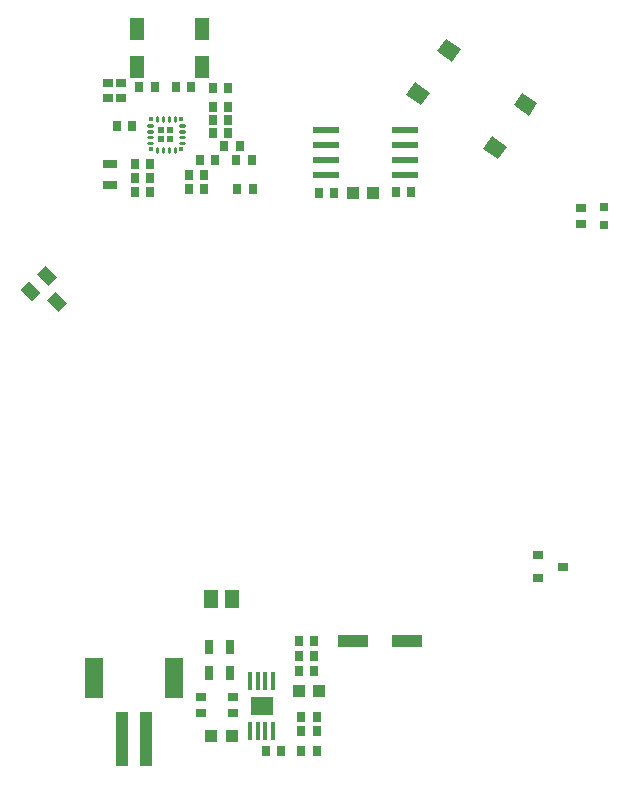
<source format=gtp>
G75*
%MOIN*%
%OFA0B0*%
%FSLAX24Y24*%
%IPPOS*%
%LPD*%
%AMOC8*
5,1,8,0,0,1.08239X$1,22.5*
%
%ADD10C,0.0105*%
%ADD11R,0.0134X0.0134*%
%ADD12R,0.0226X0.0231*%
%ADD13R,0.0225X0.0241*%
%ADD14R,0.0239X0.0240*%
%ADD15R,0.0242X0.0234*%
%ADD16R,0.0157X0.0630*%
%ADD17R,0.0744X0.0618*%
%ADD18R,0.0276X0.0354*%
%ADD19R,0.0354X0.0276*%
%ADD20R,0.0870X0.0240*%
%ADD21R,0.0315X0.0315*%
%ADD22R,0.0472X0.0315*%
%ADD23R,0.0512X0.0591*%
%ADD24R,0.0394X0.0551*%
%ADD25R,0.0315X0.0472*%
%ADD26R,0.0394X0.1811*%
%ADD27R,0.0630X0.1339*%
%ADD28R,0.0610X0.0512*%
%ADD29R,0.1024X0.0394*%
%ADD30R,0.0512X0.0748*%
%ADD31R,0.0433X0.0394*%
%ADD32R,0.0354X0.0315*%
D10*
X010472Y021988D02*
X010478Y021988D01*
X010472Y021988D02*
X010472Y022124D01*
X010478Y022124D01*
X010478Y021988D01*
X010478Y022092D02*
X010472Y022092D01*
X010669Y021988D02*
X010675Y021988D01*
X010669Y021988D02*
X010669Y022124D01*
X010675Y022124D01*
X010675Y021988D01*
X010675Y022092D02*
X010669Y022092D01*
X010866Y021988D02*
X010872Y021988D01*
X010866Y021988D02*
X010866Y022124D01*
X010872Y022124D01*
X010872Y021988D01*
X010872Y022092D02*
X010866Y022092D01*
X011063Y021988D02*
X011069Y021988D01*
X011063Y021988D02*
X011063Y022124D01*
X011069Y022124D01*
X011069Y021988D01*
X011069Y022092D02*
X011063Y022092D01*
X011228Y022283D02*
X011228Y022289D01*
X011364Y022289D01*
X011364Y022283D01*
X011228Y022283D01*
X011228Y022480D02*
X011228Y022486D01*
X011364Y022486D01*
X011364Y022480D01*
X011228Y022480D01*
X011228Y022677D02*
X011228Y022683D01*
X011364Y022683D01*
X011364Y022677D01*
X011228Y022677D01*
X011228Y022874D02*
X011228Y022880D01*
X011364Y022880D01*
X011364Y022874D01*
X011228Y022874D01*
X011069Y023175D02*
X011063Y023175D01*
X011069Y023175D02*
X011069Y023039D01*
X011063Y023039D01*
X011063Y023175D01*
X011069Y023143D02*
X011063Y023143D01*
X010872Y023175D02*
X010866Y023175D01*
X010872Y023175D02*
X010872Y023039D01*
X010866Y023039D01*
X010866Y023175D01*
X010872Y023143D02*
X010866Y023143D01*
X010675Y023175D02*
X010669Y023175D01*
X010675Y023175D02*
X010675Y023039D01*
X010669Y023039D01*
X010669Y023175D01*
X010675Y023143D02*
X010669Y023143D01*
X010478Y023175D02*
X010472Y023175D01*
X010478Y023175D02*
X010478Y023039D01*
X010472Y023039D01*
X010472Y023175D01*
X010478Y023143D02*
X010472Y023143D01*
X010313Y022880D02*
X010313Y022874D01*
X010177Y022874D01*
X010177Y022880D01*
X010313Y022880D01*
X010313Y022683D02*
X010313Y022677D01*
X010177Y022677D01*
X010177Y022683D01*
X010313Y022683D01*
X010313Y022486D02*
X010313Y022480D01*
X010177Y022480D01*
X010177Y022486D01*
X010313Y022486D01*
X010313Y022289D02*
X010313Y022283D01*
X010177Y022283D01*
X010177Y022289D01*
X010313Y022289D01*
D11*
X010273Y022080D03*
X011269Y022084D03*
X011269Y023080D03*
X010273Y023080D03*
D12*
X010618Y022422D03*
D13*
X010617Y022721D03*
D14*
X010918Y022720D03*
D15*
X010916Y022426D03*
D16*
X013576Y004353D03*
X013832Y004353D03*
X014087Y004353D03*
X014343Y004353D03*
X014343Y002700D03*
X014087Y002700D03*
X013832Y002700D03*
X013576Y002700D03*
D17*
X013960Y003526D03*
D18*
X015200Y004708D03*
X015200Y005180D03*
X015711Y005180D03*
X015711Y004708D03*
X015711Y005692D03*
X015200Y005692D03*
X015278Y003172D03*
X015790Y003172D03*
X015790Y002700D03*
X015278Y002700D03*
X015278Y002030D03*
X015790Y002030D03*
X014609Y002030D03*
X014097Y002030D03*
X015869Y020613D03*
X016381Y020613D03*
X018428Y020652D03*
X018940Y020652D03*
X013664Y020771D03*
X013152Y020771D03*
X013113Y021715D03*
X013231Y022188D03*
X012719Y022188D03*
X012837Y022621D03*
X012837Y023054D03*
X012837Y023487D03*
X012326Y023487D03*
X012326Y023054D03*
X012326Y022621D03*
X012404Y021715D03*
X011893Y021715D03*
X012050Y021243D03*
X012050Y020771D03*
X011538Y020771D03*
X011538Y021243D03*
X010239Y021125D03*
X010239Y021597D03*
X009727Y021597D03*
X009727Y021125D03*
X009727Y020652D03*
X010239Y020652D03*
X009649Y022857D03*
X009137Y022857D03*
X009885Y024156D03*
X010397Y024156D03*
X011105Y024156D03*
X011617Y024156D03*
X012326Y024117D03*
X012837Y024117D03*
X013625Y021715D03*
D19*
X009274Y023782D03*
X008841Y023782D03*
X008841Y024294D03*
X009274Y024294D03*
X024589Y020121D03*
X024589Y019609D03*
X013015Y003822D03*
X013015Y003310D03*
X011952Y003310D03*
X011952Y003822D03*
D20*
X016104Y021241D03*
X016104Y021741D03*
X016104Y022241D03*
X016104Y022741D03*
X018754Y022741D03*
X018754Y022241D03*
X018754Y021741D03*
X018754Y021241D03*
D21*
X025377Y020160D03*
X025377Y019570D03*
D22*
X008920Y020889D03*
X008920Y021597D03*
D23*
X012286Y007109D03*
X012956Y007109D03*
D24*
G36*
X006807Y017055D02*
X007085Y017333D01*
X007473Y016945D01*
X007195Y016667D01*
X006807Y017055D01*
G37*
G36*
X005930Y017403D02*
X006208Y017681D01*
X006596Y017293D01*
X006318Y017015D01*
X005930Y017403D01*
G37*
G36*
X006459Y017932D02*
X006737Y018210D01*
X007125Y017822D01*
X006847Y017544D01*
X006459Y017932D01*
G37*
D25*
X012188Y005495D03*
X012897Y005495D03*
X012897Y004629D03*
X012188Y004629D03*
D26*
X010101Y002424D03*
X009314Y002424D03*
D27*
X008369Y004471D03*
X011046Y004471D03*
D28*
G36*
X021844Y021755D02*
X021345Y022105D01*
X021638Y022523D01*
X022137Y022173D01*
X021844Y021755D01*
G37*
G36*
X022860Y023207D02*
X022361Y023557D01*
X022654Y023975D01*
X023153Y023625D01*
X022860Y023207D01*
G37*
G36*
X020297Y025002D02*
X019798Y025352D01*
X020091Y025770D01*
X020590Y025420D01*
X020297Y025002D01*
G37*
G36*
X019280Y023551D02*
X018781Y023901D01*
X019074Y024319D01*
X019573Y023969D01*
X019280Y023551D01*
G37*
D29*
X018802Y005692D03*
X016991Y005692D03*
D30*
X011971Y024826D03*
X011971Y026086D03*
X009806Y026086D03*
X009806Y024826D03*
D31*
X017011Y020613D03*
X017680Y020613D03*
X015869Y004038D03*
X015200Y004038D03*
X012956Y002542D03*
X012286Y002542D03*
D32*
X023172Y007798D03*
X023999Y008172D03*
X023172Y008546D03*
M02*

</source>
